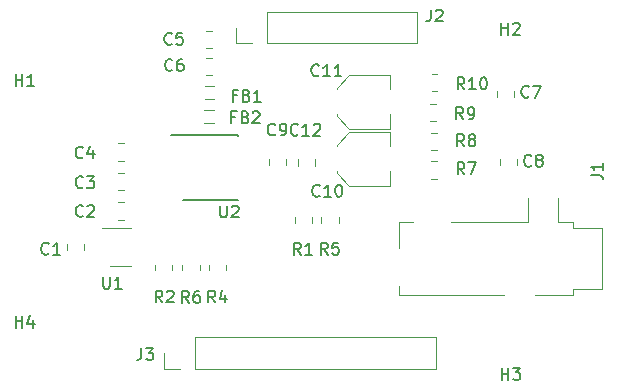
<source format=gbr>
%TF.GenerationSoftware,KiCad,Pcbnew,(5.1.10)-1*%
%TF.CreationDate,2021-10-14T20:44:39-03:00*%
%TF.ProjectId,I2S_DAC,4932535f-4441-4432-9e6b-696361645f70,rev?*%
%TF.SameCoordinates,Original*%
%TF.FileFunction,Legend,Top*%
%TF.FilePolarity,Positive*%
%FSLAX46Y46*%
G04 Gerber Fmt 4.6, Leading zero omitted, Abs format (unit mm)*
G04 Created by KiCad (PCBNEW (5.1.10)-1) date 2021-10-14 20:44:39*
%MOMM*%
%LPD*%
G01*
G04 APERTURE LIST*
%ADD10C,0.120000*%
%ADD11C,0.150000*%
G04 APERTURE END LIST*
D10*
%TO.C,J2*%
X80755000Y-95680000D02*
X80755000Y-93020000D01*
X67995000Y-95680000D02*
X80755000Y-95680000D01*
X67995000Y-93020000D02*
X80755000Y-93020000D01*
X67995000Y-95680000D02*
X67995000Y-93020000D01*
X66725000Y-95680000D02*
X65395000Y-95680000D01*
X65395000Y-95680000D02*
X65395000Y-94350000D01*
%TO.C,J3*%
X82300000Y-123255000D02*
X82300000Y-120595000D01*
X61920000Y-123255000D02*
X82300000Y-123255000D01*
X61920000Y-120595000D02*
X82300000Y-120595000D01*
X61920000Y-123255000D02*
X61920000Y-120595000D01*
X60650000Y-123255000D02*
X59320000Y-123255000D01*
X59320000Y-123255000D02*
X59320000Y-121925000D01*
%TO.C,C1*%
X51065000Y-112688748D02*
X51065000Y-113211252D01*
X52535000Y-112688748D02*
X52535000Y-113211252D01*
%TO.C,C2*%
X55911252Y-109140000D02*
X55388748Y-109140000D01*
X55911252Y-110610000D02*
X55388748Y-110610000D01*
%TO.C,C3*%
X55388748Y-106640000D02*
X55911252Y-106640000D01*
X55388748Y-108110000D02*
X55911252Y-108110000D01*
%TO.C,C4*%
X55911252Y-104140000D02*
X55388748Y-104140000D01*
X55911252Y-105610000D02*
X55388748Y-105610000D01*
%TO.C,C5*%
X63386252Y-96085000D02*
X62863748Y-96085000D01*
X63386252Y-94615000D02*
X62863748Y-94615000D01*
%TO.C,C6*%
X63386252Y-96940000D02*
X62863748Y-96940000D01*
X63386252Y-98410000D02*
X62863748Y-98410000D01*
%TO.C,C7*%
X87490000Y-100236252D02*
X87490000Y-99713748D01*
X88960000Y-100236252D02*
X88960000Y-99713748D01*
%TO.C,C8*%
X87715000Y-105986252D02*
X87715000Y-105463748D01*
X89185000Y-105986252D02*
X89185000Y-105463748D01*
%TO.C,C9*%
X69635000Y-106011252D02*
X69635000Y-105488748D01*
X68165000Y-106011252D02*
X68165000Y-105488748D01*
%TO.C,C10*%
X73940000Y-106670563D02*
X75004437Y-107735000D01*
X73940000Y-104279437D02*
X75004437Y-103215000D01*
X73940000Y-104279437D02*
X73940000Y-104415000D01*
X73940000Y-106670563D02*
X73940000Y-106535000D01*
X75004437Y-107735000D02*
X78460000Y-107735000D01*
X75004437Y-103215000D02*
X78460000Y-103215000D01*
X78460000Y-103215000D02*
X78460000Y-104415000D01*
X78460000Y-107735000D02*
X78460000Y-106535000D01*
%TO.C,C11*%
X78460000Y-102910000D02*
X78460000Y-101710000D01*
X78460000Y-98390000D02*
X78460000Y-99590000D01*
X75004437Y-98390000D02*
X78460000Y-98390000D01*
X75004437Y-102910000D02*
X78460000Y-102910000D01*
X73940000Y-101845563D02*
X73940000Y-101710000D01*
X73940000Y-99454437D02*
X73940000Y-99590000D01*
X73940000Y-99454437D02*
X75004437Y-98390000D01*
X73940000Y-101845563D02*
X75004437Y-102910000D01*
%TO.C,C12*%
X70615000Y-106036252D02*
X70615000Y-105513748D01*
X72085000Y-106036252D02*
X72085000Y-105513748D01*
%TO.C,FB1*%
X63537122Y-100410000D02*
X62737878Y-100410000D01*
X63537122Y-99290000D02*
X62737878Y-99290000D01*
%TO.C,FB2*%
X63524622Y-101340000D02*
X62725378Y-101340000D01*
X63524622Y-102460000D02*
X62725378Y-102460000D01*
%TO.C,R1*%
X70365000Y-110435436D02*
X70365000Y-110889564D01*
X71835000Y-110435436D02*
X71835000Y-110889564D01*
%TO.C,R2*%
X60010000Y-114460436D02*
X60010000Y-114914564D01*
X58540000Y-114460436D02*
X58540000Y-114914564D01*
%TO.C,R4*%
X64560000Y-114447936D02*
X64560000Y-114902064D01*
X63090000Y-114447936D02*
X63090000Y-114902064D01*
%TO.C,R5*%
X74085000Y-110422936D02*
X74085000Y-110877064D01*
X72615000Y-110422936D02*
X72615000Y-110877064D01*
%TO.C,R6*%
X60865000Y-114460436D02*
X60865000Y-114914564D01*
X62335000Y-114460436D02*
X62335000Y-114914564D01*
%TO.C,R7*%
X82377064Y-105665000D02*
X81922936Y-105665000D01*
X82377064Y-107135000D02*
X81922936Y-107135000D01*
%TO.C,R8*%
X82389564Y-104735000D02*
X81935436Y-104735000D01*
X82389564Y-103265000D02*
X81935436Y-103265000D01*
%TO.C,R9*%
X82414564Y-99735000D02*
X81960436Y-99735000D01*
X82414564Y-98265000D02*
X81960436Y-98265000D01*
%TO.C,R10*%
X81860436Y-102285000D02*
X82314564Y-102285000D01*
X81860436Y-100815000D02*
X82314564Y-100815000D01*
%TO.C,U1*%
X54700000Y-114560000D02*
X56500000Y-114560000D01*
X56500000Y-111340000D02*
X54050000Y-111340000D01*
D11*
%TO.C,U2*%
X65575000Y-103450000D02*
X65575000Y-103550000D01*
X65600000Y-108975000D02*
X65600000Y-108950000D01*
X60950000Y-108975000D02*
X60950000Y-108950000D01*
X59875000Y-103450000D02*
X65575000Y-103450000D01*
X60950000Y-108975000D02*
X65600000Y-108975000D01*
D10*
%TO.C,J1*%
X90100000Y-110800000D02*
X90100000Y-108800000D01*
X92700000Y-110800000D02*
X92700000Y-108800000D01*
X83600000Y-110800000D02*
X90100000Y-110800000D01*
X79200000Y-110800000D02*
X80400000Y-110800000D01*
X79200000Y-113050000D02*
X79200000Y-110800000D01*
X79200000Y-117000000D02*
X79200000Y-116250000D01*
X88100000Y-117000000D02*
X79200000Y-117000000D01*
X93900000Y-117000000D02*
X90700000Y-117000000D01*
X93900000Y-116500000D02*
X93900000Y-117000000D01*
X96400000Y-116500000D02*
X93900000Y-116500000D01*
X96400000Y-111300000D02*
X96400000Y-116500000D01*
X93900000Y-111300000D02*
X96400000Y-111300000D01*
X93900000Y-110800000D02*
X93900000Y-111300000D01*
X92700000Y-110800000D02*
X93900000Y-110800000D01*
%TO.C,J2*%
D11*
X81891666Y-92827380D02*
X81891666Y-93541666D01*
X81844047Y-93684523D01*
X81748809Y-93779761D01*
X81605952Y-93827380D01*
X81510714Y-93827380D01*
X82320238Y-92922619D02*
X82367857Y-92875000D01*
X82463095Y-92827380D01*
X82701190Y-92827380D01*
X82796428Y-92875000D01*
X82844047Y-92922619D01*
X82891666Y-93017857D01*
X82891666Y-93113095D01*
X82844047Y-93255952D01*
X82272619Y-93827380D01*
X82891666Y-93827380D01*
%TO.C,J3*%
X57391666Y-121502380D02*
X57391666Y-122216666D01*
X57344047Y-122359523D01*
X57248809Y-122454761D01*
X57105952Y-122502380D01*
X57010714Y-122502380D01*
X57772619Y-121502380D02*
X58391666Y-121502380D01*
X58058333Y-121883333D01*
X58201190Y-121883333D01*
X58296428Y-121930952D01*
X58344047Y-121978571D01*
X58391666Y-122073809D01*
X58391666Y-122311904D01*
X58344047Y-122407142D01*
X58296428Y-122454761D01*
X58201190Y-122502380D01*
X57915476Y-122502380D01*
X57820238Y-122454761D01*
X57772619Y-122407142D01*
%TO.C,C1*%
X49533333Y-113482142D02*
X49485714Y-113529761D01*
X49342857Y-113577380D01*
X49247619Y-113577380D01*
X49104761Y-113529761D01*
X49009523Y-113434523D01*
X48961904Y-113339285D01*
X48914285Y-113148809D01*
X48914285Y-113005952D01*
X48961904Y-112815476D01*
X49009523Y-112720238D01*
X49104761Y-112625000D01*
X49247619Y-112577380D01*
X49342857Y-112577380D01*
X49485714Y-112625000D01*
X49533333Y-112672619D01*
X50485714Y-113577380D02*
X49914285Y-113577380D01*
X50200000Y-113577380D02*
X50200000Y-112577380D01*
X50104761Y-112720238D01*
X50009523Y-112815476D01*
X49914285Y-112863095D01*
%TO.C,C2*%
X52433333Y-110282142D02*
X52385714Y-110329761D01*
X52242857Y-110377380D01*
X52147619Y-110377380D01*
X52004761Y-110329761D01*
X51909523Y-110234523D01*
X51861904Y-110139285D01*
X51814285Y-109948809D01*
X51814285Y-109805952D01*
X51861904Y-109615476D01*
X51909523Y-109520238D01*
X52004761Y-109425000D01*
X52147619Y-109377380D01*
X52242857Y-109377380D01*
X52385714Y-109425000D01*
X52433333Y-109472619D01*
X52814285Y-109472619D02*
X52861904Y-109425000D01*
X52957142Y-109377380D01*
X53195238Y-109377380D01*
X53290476Y-109425000D01*
X53338095Y-109472619D01*
X53385714Y-109567857D01*
X53385714Y-109663095D01*
X53338095Y-109805952D01*
X52766666Y-110377380D01*
X53385714Y-110377380D01*
%TO.C,C3*%
X52433333Y-107857142D02*
X52385714Y-107904761D01*
X52242857Y-107952380D01*
X52147619Y-107952380D01*
X52004761Y-107904761D01*
X51909523Y-107809523D01*
X51861904Y-107714285D01*
X51814285Y-107523809D01*
X51814285Y-107380952D01*
X51861904Y-107190476D01*
X51909523Y-107095238D01*
X52004761Y-107000000D01*
X52147619Y-106952380D01*
X52242857Y-106952380D01*
X52385714Y-107000000D01*
X52433333Y-107047619D01*
X52766666Y-106952380D02*
X53385714Y-106952380D01*
X53052380Y-107333333D01*
X53195238Y-107333333D01*
X53290476Y-107380952D01*
X53338095Y-107428571D01*
X53385714Y-107523809D01*
X53385714Y-107761904D01*
X53338095Y-107857142D01*
X53290476Y-107904761D01*
X53195238Y-107952380D01*
X52909523Y-107952380D01*
X52814285Y-107904761D01*
X52766666Y-107857142D01*
%TO.C,C4*%
X52433333Y-105332142D02*
X52385714Y-105379761D01*
X52242857Y-105427380D01*
X52147619Y-105427380D01*
X52004761Y-105379761D01*
X51909523Y-105284523D01*
X51861904Y-105189285D01*
X51814285Y-104998809D01*
X51814285Y-104855952D01*
X51861904Y-104665476D01*
X51909523Y-104570238D01*
X52004761Y-104475000D01*
X52147619Y-104427380D01*
X52242857Y-104427380D01*
X52385714Y-104475000D01*
X52433333Y-104522619D01*
X53290476Y-104760714D02*
X53290476Y-105427380D01*
X53052380Y-104379761D02*
X52814285Y-105094047D01*
X53433333Y-105094047D01*
%TO.C,C5*%
X59958333Y-95707142D02*
X59910714Y-95754761D01*
X59767857Y-95802380D01*
X59672619Y-95802380D01*
X59529761Y-95754761D01*
X59434523Y-95659523D01*
X59386904Y-95564285D01*
X59339285Y-95373809D01*
X59339285Y-95230952D01*
X59386904Y-95040476D01*
X59434523Y-94945238D01*
X59529761Y-94850000D01*
X59672619Y-94802380D01*
X59767857Y-94802380D01*
X59910714Y-94850000D01*
X59958333Y-94897619D01*
X60863095Y-94802380D02*
X60386904Y-94802380D01*
X60339285Y-95278571D01*
X60386904Y-95230952D01*
X60482142Y-95183333D01*
X60720238Y-95183333D01*
X60815476Y-95230952D01*
X60863095Y-95278571D01*
X60910714Y-95373809D01*
X60910714Y-95611904D01*
X60863095Y-95707142D01*
X60815476Y-95754761D01*
X60720238Y-95802380D01*
X60482142Y-95802380D01*
X60386904Y-95754761D01*
X60339285Y-95707142D01*
%TO.C,C6*%
X60008333Y-97932142D02*
X59960714Y-97979761D01*
X59817857Y-98027380D01*
X59722619Y-98027380D01*
X59579761Y-97979761D01*
X59484523Y-97884523D01*
X59436904Y-97789285D01*
X59389285Y-97598809D01*
X59389285Y-97455952D01*
X59436904Y-97265476D01*
X59484523Y-97170238D01*
X59579761Y-97075000D01*
X59722619Y-97027380D01*
X59817857Y-97027380D01*
X59960714Y-97075000D01*
X60008333Y-97122619D01*
X60865476Y-97027380D02*
X60675000Y-97027380D01*
X60579761Y-97075000D01*
X60532142Y-97122619D01*
X60436904Y-97265476D01*
X60389285Y-97455952D01*
X60389285Y-97836904D01*
X60436904Y-97932142D01*
X60484523Y-97979761D01*
X60579761Y-98027380D01*
X60770238Y-98027380D01*
X60865476Y-97979761D01*
X60913095Y-97932142D01*
X60960714Y-97836904D01*
X60960714Y-97598809D01*
X60913095Y-97503571D01*
X60865476Y-97455952D01*
X60770238Y-97408333D01*
X60579761Y-97408333D01*
X60484523Y-97455952D01*
X60436904Y-97503571D01*
X60389285Y-97598809D01*
%TO.C,C7*%
X90183333Y-100182142D02*
X90135714Y-100229761D01*
X89992857Y-100277380D01*
X89897619Y-100277380D01*
X89754761Y-100229761D01*
X89659523Y-100134523D01*
X89611904Y-100039285D01*
X89564285Y-99848809D01*
X89564285Y-99705952D01*
X89611904Y-99515476D01*
X89659523Y-99420238D01*
X89754761Y-99325000D01*
X89897619Y-99277380D01*
X89992857Y-99277380D01*
X90135714Y-99325000D01*
X90183333Y-99372619D01*
X90516666Y-99277380D02*
X91183333Y-99277380D01*
X90754761Y-100277380D01*
%TO.C,C8*%
X90408333Y-106032142D02*
X90360714Y-106079761D01*
X90217857Y-106127380D01*
X90122619Y-106127380D01*
X89979761Y-106079761D01*
X89884523Y-105984523D01*
X89836904Y-105889285D01*
X89789285Y-105698809D01*
X89789285Y-105555952D01*
X89836904Y-105365476D01*
X89884523Y-105270238D01*
X89979761Y-105175000D01*
X90122619Y-105127380D01*
X90217857Y-105127380D01*
X90360714Y-105175000D01*
X90408333Y-105222619D01*
X90979761Y-105555952D02*
X90884523Y-105508333D01*
X90836904Y-105460714D01*
X90789285Y-105365476D01*
X90789285Y-105317857D01*
X90836904Y-105222619D01*
X90884523Y-105175000D01*
X90979761Y-105127380D01*
X91170238Y-105127380D01*
X91265476Y-105175000D01*
X91313095Y-105222619D01*
X91360714Y-105317857D01*
X91360714Y-105365476D01*
X91313095Y-105460714D01*
X91265476Y-105508333D01*
X91170238Y-105555952D01*
X90979761Y-105555952D01*
X90884523Y-105603571D01*
X90836904Y-105651190D01*
X90789285Y-105746428D01*
X90789285Y-105936904D01*
X90836904Y-106032142D01*
X90884523Y-106079761D01*
X90979761Y-106127380D01*
X91170238Y-106127380D01*
X91265476Y-106079761D01*
X91313095Y-106032142D01*
X91360714Y-105936904D01*
X91360714Y-105746428D01*
X91313095Y-105651190D01*
X91265476Y-105603571D01*
X91170238Y-105555952D01*
%TO.C,C9*%
X68708333Y-103382142D02*
X68660714Y-103429761D01*
X68517857Y-103477380D01*
X68422619Y-103477380D01*
X68279761Y-103429761D01*
X68184523Y-103334523D01*
X68136904Y-103239285D01*
X68089285Y-103048809D01*
X68089285Y-102905952D01*
X68136904Y-102715476D01*
X68184523Y-102620238D01*
X68279761Y-102525000D01*
X68422619Y-102477380D01*
X68517857Y-102477380D01*
X68660714Y-102525000D01*
X68708333Y-102572619D01*
X69184523Y-103477380D02*
X69375000Y-103477380D01*
X69470238Y-103429761D01*
X69517857Y-103382142D01*
X69613095Y-103239285D01*
X69660714Y-103048809D01*
X69660714Y-102667857D01*
X69613095Y-102572619D01*
X69565476Y-102525000D01*
X69470238Y-102477380D01*
X69279761Y-102477380D01*
X69184523Y-102525000D01*
X69136904Y-102572619D01*
X69089285Y-102667857D01*
X69089285Y-102905952D01*
X69136904Y-103001190D01*
X69184523Y-103048809D01*
X69279761Y-103096428D01*
X69470238Y-103096428D01*
X69565476Y-103048809D01*
X69613095Y-103001190D01*
X69660714Y-102905952D01*
%TO.C,C10*%
X72482142Y-108582142D02*
X72434523Y-108629761D01*
X72291666Y-108677380D01*
X72196428Y-108677380D01*
X72053571Y-108629761D01*
X71958333Y-108534523D01*
X71910714Y-108439285D01*
X71863095Y-108248809D01*
X71863095Y-108105952D01*
X71910714Y-107915476D01*
X71958333Y-107820238D01*
X72053571Y-107725000D01*
X72196428Y-107677380D01*
X72291666Y-107677380D01*
X72434523Y-107725000D01*
X72482142Y-107772619D01*
X73434523Y-108677380D02*
X72863095Y-108677380D01*
X73148809Y-108677380D02*
X73148809Y-107677380D01*
X73053571Y-107820238D01*
X72958333Y-107915476D01*
X72863095Y-107963095D01*
X74053571Y-107677380D02*
X74148809Y-107677380D01*
X74244047Y-107725000D01*
X74291666Y-107772619D01*
X74339285Y-107867857D01*
X74386904Y-108058333D01*
X74386904Y-108296428D01*
X74339285Y-108486904D01*
X74291666Y-108582142D01*
X74244047Y-108629761D01*
X74148809Y-108677380D01*
X74053571Y-108677380D01*
X73958333Y-108629761D01*
X73910714Y-108582142D01*
X73863095Y-108486904D01*
X73815476Y-108296428D01*
X73815476Y-108058333D01*
X73863095Y-107867857D01*
X73910714Y-107772619D01*
X73958333Y-107725000D01*
X74053571Y-107677380D01*
%TO.C,C11*%
X72407142Y-98382142D02*
X72359523Y-98429761D01*
X72216666Y-98477380D01*
X72121428Y-98477380D01*
X71978571Y-98429761D01*
X71883333Y-98334523D01*
X71835714Y-98239285D01*
X71788095Y-98048809D01*
X71788095Y-97905952D01*
X71835714Y-97715476D01*
X71883333Y-97620238D01*
X71978571Y-97525000D01*
X72121428Y-97477380D01*
X72216666Y-97477380D01*
X72359523Y-97525000D01*
X72407142Y-97572619D01*
X73359523Y-98477380D02*
X72788095Y-98477380D01*
X73073809Y-98477380D02*
X73073809Y-97477380D01*
X72978571Y-97620238D01*
X72883333Y-97715476D01*
X72788095Y-97763095D01*
X74311904Y-98477380D02*
X73740476Y-98477380D01*
X74026190Y-98477380D02*
X74026190Y-97477380D01*
X73930952Y-97620238D01*
X73835714Y-97715476D01*
X73740476Y-97763095D01*
%TO.C,C12*%
X70632142Y-103407142D02*
X70584523Y-103454761D01*
X70441666Y-103502380D01*
X70346428Y-103502380D01*
X70203571Y-103454761D01*
X70108333Y-103359523D01*
X70060714Y-103264285D01*
X70013095Y-103073809D01*
X70013095Y-102930952D01*
X70060714Y-102740476D01*
X70108333Y-102645238D01*
X70203571Y-102550000D01*
X70346428Y-102502380D01*
X70441666Y-102502380D01*
X70584523Y-102550000D01*
X70632142Y-102597619D01*
X71584523Y-103502380D02*
X71013095Y-103502380D01*
X71298809Y-103502380D02*
X71298809Y-102502380D01*
X71203571Y-102645238D01*
X71108333Y-102740476D01*
X71013095Y-102788095D01*
X71965476Y-102597619D02*
X72013095Y-102550000D01*
X72108333Y-102502380D01*
X72346428Y-102502380D01*
X72441666Y-102550000D01*
X72489285Y-102597619D01*
X72536904Y-102692857D01*
X72536904Y-102788095D01*
X72489285Y-102930952D01*
X71917857Y-103502380D01*
X72536904Y-103502380D01*
%TO.C,FB1*%
X65441666Y-100103571D02*
X65108333Y-100103571D01*
X65108333Y-100627380D02*
X65108333Y-99627380D01*
X65584523Y-99627380D01*
X66298809Y-100103571D02*
X66441666Y-100151190D01*
X66489285Y-100198809D01*
X66536904Y-100294047D01*
X66536904Y-100436904D01*
X66489285Y-100532142D01*
X66441666Y-100579761D01*
X66346428Y-100627380D01*
X65965476Y-100627380D01*
X65965476Y-99627380D01*
X66298809Y-99627380D01*
X66394047Y-99675000D01*
X66441666Y-99722619D01*
X66489285Y-99817857D01*
X66489285Y-99913095D01*
X66441666Y-100008333D01*
X66394047Y-100055952D01*
X66298809Y-100103571D01*
X65965476Y-100103571D01*
X67489285Y-100627380D02*
X66917857Y-100627380D01*
X67203571Y-100627380D02*
X67203571Y-99627380D01*
X67108333Y-99770238D01*
X67013095Y-99865476D01*
X66917857Y-99913095D01*
%TO.C,FB2*%
X65341666Y-101928571D02*
X65008333Y-101928571D01*
X65008333Y-102452380D02*
X65008333Y-101452380D01*
X65484523Y-101452380D01*
X66198809Y-101928571D02*
X66341666Y-101976190D01*
X66389285Y-102023809D01*
X66436904Y-102119047D01*
X66436904Y-102261904D01*
X66389285Y-102357142D01*
X66341666Y-102404761D01*
X66246428Y-102452380D01*
X65865476Y-102452380D01*
X65865476Y-101452380D01*
X66198809Y-101452380D01*
X66294047Y-101500000D01*
X66341666Y-101547619D01*
X66389285Y-101642857D01*
X66389285Y-101738095D01*
X66341666Y-101833333D01*
X66294047Y-101880952D01*
X66198809Y-101928571D01*
X65865476Y-101928571D01*
X66817857Y-101547619D02*
X66865476Y-101500000D01*
X66960714Y-101452380D01*
X67198809Y-101452380D01*
X67294047Y-101500000D01*
X67341666Y-101547619D01*
X67389285Y-101642857D01*
X67389285Y-101738095D01*
X67341666Y-101880952D01*
X66770238Y-102452380D01*
X67389285Y-102452380D01*
%TO.C,H1*%
X46738095Y-99277380D02*
X46738095Y-98277380D01*
X46738095Y-98753571D02*
X47309523Y-98753571D01*
X47309523Y-99277380D02*
X47309523Y-98277380D01*
X48309523Y-99277380D02*
X47738095Y-99277380D01*
X48023809Y-99277380D02*
X48023809Y-98277380D01*
X47928571Y-98420238D01*
X47833333Y-98515476D01*
X47738095Y-98563095D01*
%TO.C,H2*%
X87863095Y-94952380D02*
X87863095Y-93952380D01*
X87863095Y-94428571D02*
X88434523Y-94428571D01*
X88434523Y-94952380D02*
X88434523Y-93952380D01*
X88863095Y-94047619D02*
X88910714Y-94000000D01*
X89005952Y-93952380D01*
X89244047Y-93952380D01*
X89339285Y-94000000D01*
X89386904Y-94047619D01*
X89434523Y-94142857D01*
X89434523Y-94238095D01*
X89386904Y-94380952D01*
X88815476Y-94952380D01*
X89434523Y-94952380D01*
%TO.C,H3*%
X87888095Y-124177380D02*
X87888095Y-123177380D01*
X87888095Y-123653571D02*
X88459523Y-123653571D01*
X88459523Y-124177380D02*
X88459523Y-123177380D01*
X88840476Y-123177380D02*
X89459523Y-123177380D01*
X89126190Y-123558333D01*
X89269047Y-123558333D01*
X89364285Y-123605952D01*
X89411904Y-123653571D01*
X89459523Y-123748809D01*
X89459523Y-123986904D01*
X89411904Y-124082142D01*
X89364285Y-124129761D01*
X89269047Y-124177380D01*
X88983333Y-124177380D01*
X88888095Y-124129761D01*
X88840476Y-124082142D01*
%TO.C,H4*%
X46738095Y-119752380D02*
X46738095Y-118752380D01*
X46738095Y-119228571D02*
X47309523Y-119228571D01*
X47309523Y-119752380D02*
X47309523Y-118752380D01*
X48214285Y-119085714D02*
X48214285Y-119752380D01*
X47976190Y-118704761D02*
X47738095Y-119419047D01*
X48357142Y-119419047D01*
%TO.C,R1*%
X70883333Y-113577380D02*
X70550000Y-113101190D01*
X70311904Y-113577380D02*
X70311904Y-112577380D01*
X70692857Y-112577380D01*
X70788095Y-112625000D01*
X70835714Y-112672619D01*
X70883333Y-112767857D01*
X70883333Y-112910714D01*
X70835714Y-113005952D01*
X70788095Y-113053571D01*
X70692857Y-113101190D01*
X70311904Y-113101190D01*
X71835714Y-113577380D02*
X71264285Y-113577380D01*
X71550000Y-113577380D02*
X71550000Y-112577380D01*
X71454761Y-112720238D01*
X71359523Y-112815476D01*
X71264285Y-112863095D01*
%TO.C,R2*%
X59158333Y-117627380D02*
X58825000Y-117151190D01*
X58586904Y-117627380D02*
X58586904Y-116627380D01*
X58967857Y-116627380D01*
X59063095Y-116675000D01*
X59110714Y-116722619D01*
X59158333Y-116817857D01*
X59158333Y-116960714D01*
X59110714Y-117055952D01*
X59063095Y-117103571D01*
X58967857Y-117151190D01*
X58586904Y-117151190D01*
X59539285Y-116722619D02*
X59586904Y-116675000D01*
X59682142Y-116627380D01*
X59920238Y-116627380D01*
X60015476Y-116675000D01*
X60063095Y-116722619D01*
X60110714Y-116817857D01*
X60110714Y-116913095D01*
X60063095Y-117055952D01*
X59491666Y-117627380D01*
X60110714Y-117627380D01*
%TO.C,R4*%
X63633333Y-117627380D02*
X63300000Y-117151190D01*
X63061904Y-117627380D02*
X63061904Y-116627380D01*
X63442857Y-116627380D01*
X63538095Y-116675000D01*
X63585714Y-116722619D01*
X63633333Y-116817857D01*
X63633333Y-116960714D01*
X63585714Y-117055952D01*
X63538095Y-117103571D01*
X63442857Y-117151190D01*
X63061904Y-117151190D01*
X64490476Y-116960714D02*
X64490476Y-117627380D01*
X64252380Y-116579761D02*
X64014285Y-117294047D01*
X64633333Y-117294047D01*
%TO.C,R5*%
X73158333Y-113577380D02*
X72825000Y-113101190D01*
X72586904Y-113577380D02*
X72586904Y-112577380D01*
X72967857Y-112577380D01*
X73063095Y-112625000D01*
X73110714Y-112672619D01*
X73158333Y-112767857D01*
X73158333Y-112910714D01*
X73110714Y-113005952D01*
X73063095Y-113053571D01*
X72967857Y-113101190D01*
X72586904Y-113101190D01*
X74063095Y-112577380D02*
X73586904Y-112577380D01*
X73539285Y-113053571D01*
X73586904Y-113005952D01*
X73682142Y-112958333D01*
X73920238Y-112958333D01*
X74015476Y-113005952D01*
X74063095Y-113053571D01*
X74110714Y-113148809D01*
X74110714Y-113386904D01*
X74063095Y-113482142D01*
X74015476Y-113529761D01*
X73920238Y-113577380D01*
X73682142Y-113577380D01*
X73586904Y-113529761D01*
X73539285Y-113482142D01*
%TO.C,R6*%
X61408333Y-117652380D02*
X61075000Y-117176190D01*
X60836904Y-117652380D02*
X60836904Y-116652380D01*
X61217857Y-116652380D01*
X61313095Y-116700000D01*
X61360714Y-116747619D01*
X61408333Y-116842857D01*
X61408333Y-116985714D01*
X61360714Y-117080952D01*
X61313095Y-117128571D01*
X61217857Y-117176190D01*
X60836904Y-117176190D01*
X62265476Y-116652380D02*
X62075000Y-116652380D01*
X61979761Y-116700000D01*
X61932142Y-116747619D01*
X61836904Y-116890476D01*
X61789285Y-117080952D01*
X61789285Y-117461904D01*
X61836904Y-117557142D01*
X61884523Y-117604761D01*
X61979761Y-117652380D01*
X62170238Y-117652380D01*
X62265476Y-117604761D01*
X62313095Y-117557142D01*
X62360714Y-117461904D01*
X62360714Y-117223809D01*
X62313095Y-117128571D01*
X62265476Y-117080952D01*
X62170238Y-117033333D01*
X61979761Y-117033333D01*
X61884523Y-117080952D01*
X61836904Y-117128571D01*
X61789285Y-117223809D01*
%TO.C,R7*%
X84733333Y-106777380D02*
X84400000Y-106301190D01*
X84161904Y-106777380D02*
X84161904Y-105777380D01*
X84542857Y-105777380D01*
X84638095Y-105825000D01*
X84685714Y-105872619D01*
X84733333Y-105967857D01*
X84733333Y-106110714D01*
X84685714Y-106205952D01*
X84638095Y-106253571D01*
X84542857Y-106301190D01*
X84161904Y-106301190D01*
X85066666Y-105777380D02*
X85733333Y-105777380D01*
X85304761Y-106777380D01*
%TO.C,R8*%
X84708333Y-104402380D02*
X84375000Y-103926190D01*
X84136904Y-104402380D02*
X84136904Y-103402380D01*
X84517857Y-103402380D01*
X84613095Y-103450000D01*
X84660714Y-103497619D01*
X84708333Y-103592857D01*
X84708333Y-103735714D01*
X84660714Y-103830952D01*
X84613095Y-103878571D01*
X84517857Y-103926190D01*
X84136904Y-103926190D01*
X85279761Y-103830952D02*
X85184523Y-103783333D01*
X85136904Y-103735714D01*
X85089285Y-103640476D01*
X85089285Y-103592857D01*
X85136904Y-103497619D01*
X85184523Y-103450000D01*
X85279761Y-103402380D01*
X85470238Y-103402380D01*
X85565476Y-103450000D01*
X85613095Y-103497619D01*
X85660714Y-103592857D01*
X85660714Y-103640476D01*
X85613095Y-103735714D01*
X85565476Y-103783333D01*
X85470238Y-103830952D01*
X85279761Y-103830952D01*
X85184523Y-103878571D01*
X85136904Y-103926190D01*
X85089285Y-104021428D01*
X85089285Y-104211904D01*
X85136904Y-104307142D01*
X85184523Y-104354761D01*
X85279761Y-104402380D01*
X85470238Y-104402380D01*
X85565476Y-104354761D01*
X85613095Y-104307142D01*
X85660714Y-104211904D01*
X85660714Y-104021428D01*
X85613095Y-103926190D01*
X85565476Y-103878571D01*
X85470238Y-103830952D01*
%TO.C,R9*%
X84633333Y-102102380D02*
X84300000Y-101626190D01*
X84061904Y-102102380D02*
X84061904Y-101102380D01*
X84442857Y-101102380D01*
X84538095Y-101150000D01*
X84585714Y-101197619D01*
X84633333Y-101292857D01*
X84633333Y-101435714D01*
X84585714Y-101530952D01*
X84538095Y-101578571D01*
X84442857Y-101626190D01*
X84061904Y-101626190D01*
X85109523Y-102102380D02*
X85300000Y-102102380D01*
X85395238Y-102054761D01*
X85442857Y-102007142D01*
X85538095Y-101864285D01*
X85585714Y-101673809D01*
X85585714Y-101292857D01*
X85538095Y-101197619D01*
X85490476Y-101150000D01*
X85395238Y-101102380D01*
X85204761Y-101102380D01*
X85109523Y-101150000D01*
X85061904Y-101197619D01*
X85014285Y-101292857D01*
X85014285Y-101530952D01*
X85061904Y-101626190D01*
X85109523Y-101673809D01*
X85204761Y-101721428D01*
X85395238Y-101721428D01*
X85490476Y-101673809D01*
X85538095Y-101626190D01*
X85585714Y-101530952D01*
%TO.C,R10*%
X84732142Y-99577380D02*
X84398809Y-99101190D01*
X84160714Y-99577380D02*
X84160714Y-98577380D01*
X84541666Y-98577380D01*
X84636904Y-98625000D01*
X84684523Y-98672619D01*
X84732142Y-98767857D01*
X84732142Y-98910714D01*
X84684523Y-99005952D01*
X84636904Y-99053571D01*
X84541666Y-99101190D01*
X84160714Y-99101190D01*
X85684523Y-99577380D02*
X85113095Y-99577380D01*
X85398809Y-99577380D02*
X85398809Y-98577380D01*
X85303571Y-98720238D01*
X85208333Y-98815476D01*
X85113095Y-98863095D01*
X86303571Y-98577380D02*
X86398809Y-98577380D01*
X86494047Y-98625000D01*
X86541666Y-98672619D01*
X86589285Y-98767857D01*
X86636904Y-98958333D01*
X86636904Y-99196428D01*
X86589285Y-99386904D01*
X86541666Y-99482142D01*
X86494047Y-99529761D01*
X86398809Y-99577380D01*
X86303571Y-99577380D01*
X86208333Y-99529761D01*
X86160714Y-99482142D01*
X86113095Y-99386904D01*
X86065476Y-99196428D01*
X86065476Y-98958333D01*
X86113095Y-98767857D01*
X86160714Y-98672619D01*
X86208333Y-98625000D01*
X86303571Y-98577380D01*
%TO.C,U1*%
X54138095Y-115452380D02*
X54138095Y-116261904D01*
X54185714Y-116357142D01*
X54233333Y-116404761D01*
X54328571Y-116452380D01*
X54519047Y-116452380D01*
X54614285Y-116404761D01*
X54661904Y-116357142D01*
X54709523Y-116261904D01*
X54709523Y-115452380D01*
X55709523Y-116452380D02*
X55138095Y-116452380D01*
X55423809Y-116452380D02*
X55423809Y-115452380D01*
X55328571Y-115595238D01*
X55233333Y-115690476D01*
X55138095Y-115738095D01*
%TO.C,U2*%
X64038095Y-109427380D02*
X64038095Y-110236904D01*
X64085714Y-110332142D01*
X64133333Y-110379761D01*
X64228571Y-110427380D01*
X64419047Y-110427380D01*
X64514285Y-110379761D01*
X64561904Y-110332142D01*
X64609523Y-110236904D01*
X64609523Y-109427380D01*
X65038095Y-109522619D02*
X65085714Y-109475000D01*
X65180952Y-109427380D01*
X65419047Y-109427380D01*
X65514285Y-109475000D01*
X65561904Y-109522619D01*
X65609523Y-109617857D01*
X65609523Y-109713095D01*
X65561904Y-109855952D01*
X64990476Y-110427380D01*
X65609523Y-110427380D01*
%TO.C,J1*%
X95452380Y-106833333D02*
X96166666Y-106833333D01*
X96309523Y-106880952D01*
X96404761Y-106976190D01*
X96452380Y-107119047D01*
X96452380Y-107214285D01*
X96452380Y-105833333D02*
X96452380Y-106404761D01*
X96452380Y-106119047D02*
X95452380Y-106119047D01*
X95595238Y-106214285D01*
X95690476Y-106309523D01*
X95738095Y-106404761D01*
%TD*%
M02*

</source>
